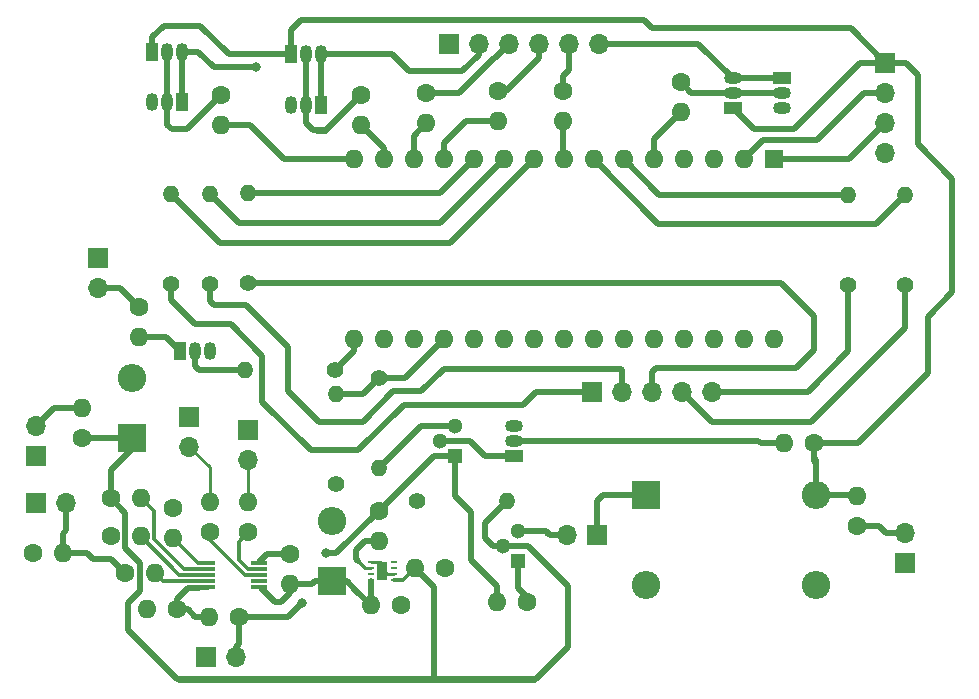
<source format=gbr>
%TF.GenerationSoftware,KiCad,Pcbnew,(5.1.9)-1*%
%TF.CreationDate,2022-03-31T17:20:55+02:00*%
%TF.ProjectId,Balance ruche,42616c61-6e63-4652-9072-756368652e6b,rev?*%
%TF.SameCoordinates,Original*%
%TF.FileFunction,Copper,L1,Top*%
%TF.FilePolarity,Positive*%
%FSLAX46Y46*%
G04 Gerber Fmt 4.6, Leading zero omitted, Abs format (unit mm)*
G04 Created by KiCad (PCBNEW (5.1.9)-1) date 2022-03-31 17:20:55*
%MOMM*%
%LPD*%
G01*
G04 APERTURE LIST*
%TA.AperFunction,ComponentPad*%
%ADD10R,1.050000X1.500000*%
%TD*%
%TA.AperFunction,ComponentPad*%
%ADD11O,1.050000X1.500000*%
%TD*%
%TA.AperFunction,ComponentPad*%
%ADD12O,1.400000X1.400000*%
%TD*%
%TA.AperFunction,ComponentPad*%
%ADD13C,1.400000*%
%TD*%
%TA.AperFunction,ComponentPad*%
%ADD14O,1.600000X1.600000*%
%TD*%
%TA.AperFunction,ComponentPad*%
%ADD15R,1.600000X1.600000*%
%TD*%
%TA.AperFunction,ComponentPad*%
%ADD16C,1.600000*%
%TD*%
%TA.AperFunction,ComponentPad*%
%ADD17O,2.400000X2.400000*%
%TD*%
%TA.AperFunction,ComponentPad*%
%ADD18R,2.400000X2.400000*%
%TD*%
%TA.AperFunction,SMDPad,CuDef*%
%ADD19R,1.400000X0.300000*%
%TD*%
%TA.AperFunction,SMDPad,CuDef*%
%ADD20R,0.500000X0.250000*%
%TD*%
%TA.AperFunction,ComponentPad*%
%ADD21C,0.600000*%
%TD*%
%TA.AperFunction,SMDPad,CuDef*%
%ADD22R,0.900000X1.600000*%
%TD*%
%TA.AperFunction,ComponentPad*%
%ADD23R,1.500000X1.050000*%
%TD*%
%TA.AperFunction,ComponentPad*%
%ADD24O,1.500000X1.050000*%
%TD*%
%TA.AperFunction,ComponentPad*%
%ADD25R,1.300000X1.300000*%
%TD*%
%TA.AperFunction,ComponentPad*%
%ADD26C,1.300000*%
%TD*%
%TA.AperFunction,ComponentPad*%
%ADD27O,1.700000X1.700000*%
%TD*%
%TA.AperFunction,ComponentPad*%
%ADD28R,1.700000X1.700000*%
%TD*%
%TA.AperFunction,ViaPad*%
%ADD29C,0.800000*%
%TD*%
%TA.AperFunction,Conductor*%
%ADD30C,0.250000*%
%TD*%
%TA.AperFunction,Conductor*%
%ADD31C,0.500000*%
%TD*%
%TA.AperFunction,Conductor*%
%ADD32C,0.400000*%
%TD*%
%TA.AperFunction,Conductor*%
%ADD33C,0.300000*%
%TD*%
G04 APERTURE END LIST*
D10*
%TO.P,Q8,1*%
%TO.N,/DIG2*%
X181060000Y-84710000D03*
D11*
%TO.P,Q8,3*%
%TO.N,GND*%
X178520000Y-84710000D03*
%TO.P,Q8,2*%
%TO.N,Net-(Q7-Pad2)*%
X179790000Y-84710000D03*
%TD*%
D12*
%TO.P,R6,2*%
%TO.N,/SEG_D_GPIO*%
X168370000Y-92210000D03*
D13*
%TO.P,R6,1*%
%TO.N,/SEG_D*%
X168370000Y-99830000D03*
%TD*%
D12*
%TO.P,R5,2*%
%TO.N,/SEG_C_GPIO*%
X171660000Y-92210000D03*
D13*
%TO.P,R5,1*%
%TO.N,/SEG_C*%
X171660000Y-99830000D03*
%TD*%
D14*
%TO.P,A1,16*%
%TO.N,/LED_LOW_BAT_GPIO*%
X183830000Y-104540000D03*
%TO.P,A1,15*%
%TO.N,/DIG3_BASE*%
X183830000Y-89300000D03*
%TO.P,A1,30*%
%TO.N,Net-(A1-Pad30)*%
X219390000Y-104540000D03*
%TO.P,A1,14*%
%TO.N,/DIG2_BASE*%
X186370000Y-89300000D03*
%TO.P,A1,29*%
%TO.N,GND*%
X216850000Y-104540000D03*
%TO.P,A1,13*%
%TO.N,/SEG_B_GPIO*%
X188910000Y-89300000D03*
%TO.P,A1,28*%
%TO.N,Net-(A1-Pad28)*%
X214310000Y-104540000D03*
%TO.P,A1,12*%
%TO.N,/SEG_F_GPIO*%
X191450000Y-89300000D03*
%TO.P,A1,27*%
%TO.N,+5V_BOOST*%
X211770000Y-104540000D03*
%TO.P,A1,11*%
%TO.N,/SEG_E_GPIO*%
X193990000Y-89300000D03*
%TO.P,A1,26*%
%TO.N,Net-(A1-Pad26)*%
X209230000Y-104540000D03*
%TO.P,A1,10*%
%TO.N,/SEG_C_GPIO*%
X196530000Y-89300000D03*
%TO.P,A1,25*%
%TO.N,Net-(A1-Pad25)*%
X206690000Y-104540000D03*
%TO.P,A1,9*%
%TO.N,/SEG_D_GPIO*%
X199070000Y-89300000D03*
%TO.P,A1,24*%
%TO.N,Net-(A1-Pad24)*%
X204150000Y-104540000D03*
%TO.P,A1,8*%
%TO.N,/SEG_A_GPIO*%
X201610000Y-89300000D03*
%TO.P,A1,23*%
%TO.N,Net-(A1-Pad23)*%
X201610000Y-104540000D03*
%TO.P,A1,7*%
%TO.N,/SEG_H_GPIO*%
X204150000Y-89300000D03*
%TO.P,A1,22*%
%TO.N,Net-(A1-Pad22)*%
X199070000Y-104540000D03*
%TO.P,A1,6*%
%TO.N,/SEG_G_GPIO*%
X206690000Y-89300000D03*
%TO.P,A1,21*%
%TO.N,Net-(A1-Pad21)*%
X196530000Y-104540000D03*
%TO.P,A1,5*%
%TO.N,/DIG1_BASE*%
X209230000Y-89300000D03*
%TO.P,A1,20*%
%TO.N,Net-(A1-Pad20)*%
X193990000Y-104540000D03*
%TO.P,A1,4*%
%TO.N,GND*%
X211770000Y-89300000D03*
%TO.P,A1,19*%
%TO.N,/+CELL_ENA_ADC_IN*%
X191450000Y-104540000D03*
%TO.P,A1,3*%
%TO.N,Net-(A1-Pad3)*%
X214310000Y-89300000D03*
%TO.P,A1,18*%
%TO.N,Net-(A1-Pad18)*%
X188910000Y-104540000D03*
%TO.P,A1,2*%
%TO.N,/RX*%
X216850000Y-89300000D03*
%TO.P,A1,17*%
%TO.N,Net-(A1-Pad17)*%
X186370000Y-104540000D03*
D15*
%TO.P,A1,1*%
%TO.N,/TX*%
X219390000Y-89300000D03*
%TD*%
D12*
%TO.P,R21,2*%
%TO.N,/+CELL_ENA_ADC_IN*%
X182300000Y-109150000D03*
D13*
%TO.P,R21,1*%
%TO.N,GND*%
X182300000Y-116770000D03*
%TD*%
D12*
%TO.P,R20,2*%
%TO.N,Net-(Q2-Pad3)*%
X185970000Y-115400000D03*
D13*
%TO.P,R20,1*%
%TO.N,/+CELL_ENA_ADC_IN*%
X185970000Y-107780000D03*
%TD*%
D12*
%TO.P,R7,2*%
%TO.N,Net-(Q1-Pad2)*%
X174590000Y-107110000D03*
D13*
%TO.P,R7,1*%
%TO.N,/LED_LOW_BAT_GPIO*%
X182210000Y-107110000D03*
%TD*%
D12*
%TO.P,R22,2*%
%TO.N,+5V_FUSED*%
X196790000Y-118190000D03*
D13*
%TO.P,R22,1*%
%TO.N,GND*%
X189170000Y-118190000D03*
%TD*%
D12*
%TO.P,R8,2*%
%TO.N,/SEG_E_GPIO*%
X174920000Y-92150000D03*
D13*
%TO.P,R8,1*%
%TO.N,/SEG_E*%
X174920000Y-99770000D03*
%TD*%
D12*
%TO.P,R11,2*%
%TO.N,/SEG_H_GPIO*%
X230520000Y-92290000D03*
D13*
%TO.P,R11,1*%
%TO.N,/SEG_H*%
X230520000Y-99910000D03*
%TD*%
D12*
%TO.P,R10,2*%
%TO.N,/SEG_G_GPIO*%
X225720000Y-92280000D03*
D13*
%TO.P,R10,1*%
%TO.N,/SEG_G*%
X225720000Y-99900000D03*
%TD*%
D14*
%TO.P,C2,2*%
%TO.N,GND*%
X166350000Y-127380000D03*
D16*
%TO.P,C2,1*%
%TO.N,Net-(C2-Pad1)*%
X168890000Y-127380000D03*
%TD*%
D14*
%TO.P,C21,2*%
%TO.N,Net-(C1-Pad2)*%
X178420000Y-125280000D03*
D16*
%TO.P,C21,1*%
%TO.N,GND*%
X178420000Y-122740000D03*
%TD*%
D14*
%TO.P,C1,2*%
%TO.N,Net-(C1-Pad2)*%
X185260000Y-127020000D03*
D16*
%TO.P,C1,1*%
%TO.N,GND*%
X187800000Y-127020000D03*
%TD*%
D14*
%TO.P,C20,2*%
%TO.N,+5V_FUSED*%
X189010000Y-123910000D03*
D16*
%TO.P,C20,1*%
%TO.N,GND*%
X191550000Y-123910000D03*
%TD*%
D14*
%TO.P,R26,2*%
%TO.N,/DIG3_BASE*%
X172610000Y-86390000D03*
D16*
%TO.P,R26,1*%
%TO.N,Net-(Q10-Pad2)*%
X172610000Y-83850000D03*
%TD*%
D14*
%TO.P,R25,2*%
%TO.N,/DIG2_BASE*%
X184470000Y-86400000D03*
D16*
%TO.P,R25,1*%
%TO.N,Net-(Q7-Pad2)*%
X184470000Y-83860000D03*
%TD*%
D14*
%TO.P,R24,2*%
%TO.N,/DIG1_BASE*%
X211510000Y-85310000D03*
D16*
%TO.P,R24,1*%
%TO.N,Net-(Q5-Pad2)*%
X211510000Y-82770000D03*
%TD*%
D14*
%TO.P,R23,2*%
%TO.N,Net-(Q3-Pad2)*%
X220260000Y-113320000D03*
D16*
%TO.P,R23,1*%
%TO.N,+5V_BOOST*%
X222800000Y-113320000D03*
%TD*%
D14*
%TO.P,R19,2*%
%TO.N,/~TE~*%
X165800000Y-121190000D03*
D16*
%TO.P,R19,1*%
%TO.N,GND*%
X163260000Y-121190000D03*
%TD*%
D14*
%TO.P,R18,2*%
%TO.N,Net-(R18-Pad2)*%
X165840000Y-117990000D03*
D16*
%TO.P,R18,1*%
%TO.N,+5V_FUSED*%
X163300000Y-117990000D03*
%TD*%
D14*
%TO.P,R17,2*%
%TO.N,Net-(R17-Pad2)*%
X168520000Y-121310000D03*
D16*
%TO.P,R17,1*%
%TO.N,GND*%
X168520000Y-118770000D03*
%TD*%
D14*
%TO.P,R16,2*%
%TO.N,/Therm*%
X167000000Y-124270000D03*
D16*
%TO.P,R16,1*%
%TO.N,/Therm_Connector*%
X164460000Y-124270000D03*
%TD*%
D14*
%TO.P,R15,2*%
%TO.N,/LED_CHARGE_OK*%
X174900000Y-118330000D03*
D16*
%TO.P,R15,1*%
%TO.N,Net-(R15-Pad1)*%
X174900000Y-120870000D03*
%TD*%
D14*
%TO.P,R14,2*%
%TO.N,/Therm_Connector*%
X159200000Y-122640000D03*
D16*
%TO.P,R14,1*%
%TO.N,GND*%
X156660000Y-122640000D03*
%TD*%
D14*
%TO.P,R13,2*%
%TO.N,/LED_EN_CHARGE*%
X171680000Y-118330000D03*
D16*
%TO.P,R13,1*%
%TO.N,Net-(R13-Pad1)*%
X171680000Y-120870000D03*
%TD*%
D14*
%TO.P,R12,2*%
%TO.N,Net-(R12-Pad2)*%
X185940000Y-121610000D03*
D16*
%TO.P,R12,1*%
%TO.N,+CELL*%
X185940000Y-119070000D03*
%TD*%
D14*
%TO.P,R9,2*%
%TO.N,/SEG_F_GPIO*%
X196070000Y-86070000D03*
D16*
%TO.P,R9,1*%
%TO.N,/SEG_F*%
X196070000Y-83530000D03*
%TD*%
D14*
%TO.P,R4,2*%
%TO.N,/SEG_B_GPIO*%
X189980000Y-86210000D03*
D16*
%TO.P,R4,1*%
%TO.N,/SEG_B*%
X189980000Y-83670000D03*
%TD*%
D14*
%TO.P,R3,2*%
%TO.N,/SEG_A_GPIO*%
X201580000Y-86000000D03*
D16*
%TO.P,R3,1*%
%TO.N,/SEG_A*%
X201580000Y-83460000D03*
%TD*%
D14*
%TO.P,R2,2*%
%TO.N,+5V_BOOST*%
X226440000Y-117830000D03*
D16*
%TO.P,R2,1*%
%TO.N,/LED_ON*%
X226440000Y-120370000D03*
%TD*%
D14*
%TO.P,R1,2*%
%TO.N,Net-(Q1-Pad1)*%
X165640000Y-104330000D03*
D16*
%TO.P,R1,1*%
%TO.N,/LED_LOW_BAT*%
X165640000Y-101790000D03*
%TD*%
D14*
%TO.P,F3,2*%
%TO.N,+CELL*%
X195980000Y-126790000D03*
D16*
%TO.P,F3,1*%
%TO.N,Net-(F3-Pad1)*%
X198520000Y-126790000D03*
%TD*%
D14*
%TO.P,F2,2*%
%TO.N,Net-(C2-Pad1)*%
X171600000Y-128020000D03*
D16*
%TO.P,F2,1*%
%TO.N,+CELL*%
X174140000Y-128020000D03*
%TD*%
D14*
%TO.P,F1,2*%
%TO.N,Net-(F1-Pad2)*%
X160800000Y-110320000D03*
D16*
%TO.P,F1,1*%
%TO.N,+5V_FUSED*%
X160800000Y-112860000D03*
%TD*%
D17*
%TO.P,U3,3*%
%TO.N,GND*%
X223010000Y-125352400D03*
%TO.P,U3,4*%
%TO.N,+5V_BOOST*%
X223010000Y-117730000D03*
%TO.P,U3,2*%
%TO.N,GND*%
X208550000Y-125350000D03*
D18*
%TO.P,U3,1*%
%TO.N,+CELL_ON_ENA*%
X208550000Y-117730000D03*
%TD*%
D19*
%TO.P,U2,10*%
%TO.N,Net-(C2-Pad1)*%
X171450000Y-125460000D03*
%TO.P,U2,9*%
%TO.N,/Therm*%
X171450000Y-124960000D03*
%TO.P,U2,8*%
%TO.N,/~TE~*%
X171450000Y-124460000D03*
%TO.P,U2,7*%
%TO.N,Net-(R18-Pad2)*%
X171450000Y-123960000D03*
%TO.P,U2,6*%
%TO.N,Net-(R17-Pad2)*%
X171450000Y-123460000D03*
%TO.P,U2,5*%
%TO.N,GND*%
X175850000Y-123460000D03*
%TO.P,U2,4*%
%TO.N,Net-(R15-Pad1)*%
X175850000Y-123960000D03*
%TO.P,U2,3*%
%TO.N,Net-(R13-Pad1)*%
X175850000Y-124460000D03*
%TO.P,U2,2*%
%TO.N,Net-(U2-Pad2)*%
X175850000Y-124960000D03*
%TO.P,U2,1*%
%TO.N,Net-(C1-Pad2)*%
X175850000Y-125460000D03*
%TD*%
D20*
%TO.P,U1,3*%
%TO.N,Net-(U1-Pad3)*%
X187220000Y-123920000D03*
%TO.P,U1,7*%
%TO.N,Net-(U1-Pad7)*%
X185320000Y-124420000D03*
%TO.P,U1,8*%
%TO.N,Net-(C1-Pad2)*%
X185320000Y-124920000D03*
D21*
%TO.P,U1,9*%
%TO.N,GND*%
X186270000Y-124670000D03*
X186270000Y-123670000D03*
D22*
X186270000Y-124170000D03*
D20*
%TO.P,U1,1*%
%TO.N,+5V_FUSED*%
X187220000Y-124920000D03*
%TO.P,U1,2*%
%TO.N,GND*%
X187220000Y-124420000D03*
%TO.P,U1,4*%
%TO.N,Net-(U1-Pad4)*%
X187220000Y-123420000D03*
%TO.P,U1,5*%
%TO.N,GND*%
X185320000Y-123420000D03*
%TO.P,U1,6*%
%TO.N,Net-(R12-Pad2)*%
X185320000Y-123920000D03*
%TD*%
D10*
%TO.P,Q10,1*%
%TO.N,/DIG3*%
X169330000Y-84460000D03*
D11*
%TO.P,Q10,3*%
%TO.N,GND*%
X166790000Y-84460000D03*
%TO.P,Q10,2*%
%TO.N,Net-(Q10-Pad2)*%
X168060000Y-84460000D03*
%TD*%
D10*
%TO.P,Q9,1*%
%TO.N,+5V_BOOST*%
X166770000Y-80170000D03*
D11*
%TO.P,Q9,3*%
%TO.N,/DIG3*%
X169310000Y-80170000D03*
%TO.P,Q9,2*%
%TO.N,Net-(Q10-Pad2)*%
X168040000Y-80170000D03*
%TD*%
D10*
%TO.P,Q7,1*%
%TO.N,+5V_BOOST*%
X178520000Y-80370000D03*
D11*
%TO.P,Q7,3*%
%TO.N,/DIG2*%
X181060000Y-80370000D03*
%TO.P,Q7,2*%
%TO.N,Net-(Q7-Pad2)*%
X179790000Y-80370000D03*
%TD*%
D23*
%TO.P,Q6,1*%
%TO.N,/DIG1*%
X220130000Y-82400000D03*
D24*
%TO.P,Q6,3*%
%TO.N,GND*%
X220130000Y-84940000D03*
%TO.P,Q6,2*%
%TO.N,Net-(Q5-Pad2)*%
X220130000Y-83670000D03*
%TD*%
D23*
%TO.P,Q5,1*%
%TO.N,+5V_BOOST*%
X215920000Y-84940000D03*
D24*
%TO.P,Q5,3*%
%TO.N,/DIG1*%
X215920000Y-82400000D03*
%TO.P,Q5,2*%
%TO.N,Net-(Q5-Pad2)*%
X215920000Y-83670000D03*
%TD*%
D25*
%TO.P,Q4,1*%
%TO.N,Net-(F3-Pad1)*%
X197760000Y-123320000D03*
D26*
%TO.P,Q4,3*%
%TO.N,+CELL_ON*%
X197760000Y-120780000D03*
%TO.P,Q4,2*%
%TO.N,+5V_FUSED*%
X196490000Y-122050000D03*
%TD*%
D23*
%TO.P,Q3,1*%
%TO.N,Net-(Q2-Pad2)*%
X197380000Y-114370000D03*
D24*
%TO.P,Q3,3*%
%TO.N,GND*%
X197380000Y-111830000D03*
%TO.P,Q3,2*%
%TO.N,Net-(Q3-Pad2)*%
X197380000Y-113100000D03*
%TD*%
D25*
%TO.P,Q2,1*%
%TO.N,+CELL*%
X192370000Y-114370000D03*
D26*
%TO.P,Q2,3*%
%TO.N,Net-(Q2-Pad3)*%
X192370000Y-111830000D03*
%TO.P,Q2,2*%
%TO.N,Net-(Q2-Pad2)*%
X191100000Y-113100000D03*
%TD*%
D10*
%TO.P,Q1,1*%
%TO.N,Net-(Q1-Pad1)*%
X169130000Y-105510000D03*
D11*
%TO.P,Q1,3*%
%TO.N,GND*%
X171670000Y-105510000D03*
%TO.P,Q1,2*%
%TO.N,Net-(Q1-Pad2)*%
X170400000Y-105510000D03*
%TD*%
D27*
%TO.P,J201,2*%
%TO.N,/Therm_Connector*%
X159490000Y-118380000D03*
D28*
%TO.P,J201,1*%
%TO.N,GND*%
X156950000Y-118380000D03*
%TD*%
D27*
%TO.P,J200,2*%
%TO.N,+CELL*%
X173860000Y-131460000D03*
D28*
%TO.P,J200,1*%
%TO.N,GND*%
X171320000Y-131460000D03*
%TD*%
D27*
%TO.P,J101,5*%
%TO.N,/SEG_G*%
X214170000Y-108960000D03*
%TO.P,J101,4*%
%TO.N,/SEG_H*%
X211630000Y-108960000D03*
%TO.P,J101,3*%
%TO.N,/SEG_E*%
X209090000Y-108960000D03*
%TO.P,J101,2*%
%TO.N,/SEG_C*%
X206550000Y-108960000D03*
D28*
%TO.P,J101,1*%
%TO.N,/SEG_D*%
X204010000Y-108960000D03*
%TD*%
D27*
%TO.P,J100,6*%
%TO.N,/DIG1*%
X204570000Y-79500000D03*
%TO.P,J100,5*%
%TO.N,/SEG_A*%
X202030000Y-79500000D03*
%TO.P,J100,4*%
%TO.N,/SEG_F*%
X199490000Y-79500000D03*
%TO.P,J100,3*%
%TO.N,/SEG_B*%
X196950000Y-79500000D03*
%TO.P,J100,2*%
%TO.N,/DIG2*%
X194410000Y-79500000D03*
D28*
%TO.P,J100,1*%
%TO.N,/DIG3*%
X191870000Y-79500000D03*
%TD*%
D27*
%TO.P,J11,2*%
%TO.N,+CELL_ON*%
X201880000Y-121110000D03*
D28*
%TO.P,J11,1*%
%TO.N,+CELL_ON_ENA*%
X204420000Y-121110000D03*
%TD*%
D27*
%TO.P,J8,2*%
%TO.N,/LED_CHARGE_OK*%
X174900000Y-114770000D03*
D28*
%TO.P,J8,1*%
%TO.N,GND*%
X174900000Y-112230000D03*
%TD*%
D27*
%TO.P,J7,2*%
%TO.N,/LED_ON*%
X230480000Y-120900000D03*
D28*
%TO.P,J7,1*%
%TO.N,GND*%
X230480000Y-123440000D03*
%TD*%
D27*
%TO.P,J6,2*%
%TO.N,/LED_EN_CHARGE*%
X169930000Y-113610000D03*
D28*
%TO.P,J6,1*%
%TO.N,GND*%
X169930000Y-111070000D03*
%TD*%
D27*
%TO.P,J5,2*%
%TO.N,/LED_LOW_BAT*%
X162160000Y-100220000D03*
D28*
%TO.P,J5,1*%
%TO.N,GND*%
X162160000Y-97680000D03*
%TD*%
D27*
%TO.P,J4,4*%
%TO.N,GND*%
X228840000Y-88740000D03*
%TO.P,J4,3*%
%TO.N,/TX*%
X228840000Y-86200000D03*
%TO.P,J4,2*%
%TO.N,/RX*%
X228840000Y-83660000D03*
D28*
%TO.P,J4,1*%
%TO.N,+5V_BOOST*%
X228840000Y-81120000D03*
%TD*%
D27*
%TO.P,J1,2*%
%TO.N,Net-(F1-Pad2)*%
X156940000Y-111890000D03*
D28*
%TO.P,J1,1*%
%TO.N,GND*%
X156940000Y-114430000D03*
%TD*%
D17*
%TO.P,D2,2*%
%TO.N,GND*%
X182010000Y-119910000D03*
D18*
%TO.P,D2,1*%
%TO.N,Net-(C1-Pad2)*%
X182010000Y-124990000D03*
%TD*%
D17*
%TO.P,D1,2*%
%TO.N,GND*%
X165030000Y-107810000D03*
D18*
%TO.P,D1,1*%
%TO.N,+5V_FUSED*%
X165030000Y-112890000D03*
%TD*%
D29*
%TO.N,/DIG3*%
X175580000Y-81500000D03*
%TO.N,+CELL*%
X179460000Y-126820000D03*
X181460000Y-122640000D03*
%TD*%
D30*
%TO.N,/LED_LOW_BAT_GPIO*%
X183570000Y-104800000D02*
X183830000Y-104540000D01*
D31*
X182210000Y-107110000D02*
X183830000Y-105490000D01*
X183830000Y-104540000D02*
X183830000Y-105490000D01*
%TO.N,/SEG_H_GPIO*%
X209580000Y-94730000D02*
X204150000Y-89300000D01*
X228080000Y-94730000D02*
X209580000Y-94730000D01*
X230520000Y-92290000D02*
X228080000Y-94730000D01*
%TO.N,/SEG_G_GPIO*%
X209670000Y-92280000D02*
X225720000Y-92280000D01*
X206690000Y-89300000D02*
X209670000Y-92280000D01*
D30*
%TO.N,GND*%
X186520000Y-124420000D02*
X186270000Y-124670000D01*
X175850000Y-123460000D02*
X175850000Y-123260000D01*
X176370000Y-122740000D02*
X178420000Y-122740000D01*
X175850000Y-123260000D02*
X176370000Y-122740000D01*
X186020000Y-123420000D02*
X186270000Y-123670000D01*
X185320000Y-123420000D02*
X186020000Y-123420000D01*
X186720000Y-124420000D02*
X186270000Y-123970000D01*
X186270000Y-123970000D02*
X186270000Y-123670000D01*
X187220000Y-124420000D02*
X186720000Y-124420000D01*
D31*
X176469990Y-122740000D02*
X175850000Y-123359990D01*
X178420000Y-122740000D02*
X176469990Y-122740000D01*
%TO.N,/SEG_F_GPIO*%
X191450000Y-89300000D02*
X191450000Y-87920000D01*
X193300000Y-86070000D02*
X196070000Y-86070000D01*
X191450000Y-87920000D02*
X193300000Y-86070000D01*
D30*
%TO.N,/SEG_E_GPIO*%
X193990000Y-89300000D02*
X194540000Y-89300000D01*
D31*
X191140000Y-92150000D02*
X174920000Y-92150000D01*
X193990000Y-89300000D02*
X191140000Y-92150000D01*
%TO.N,/SEG_D_GPIO*%
X199070000Y-89300000D02*
X192020000Y-96350000D01*
X172510000Y-96350000D02*
X168370000Y-92210000D01*
X192020000Y-96350000D02*
X172510000Y-96350000D01*
%TO.N,/SEG_C_GPIO*%
X196530000Y-89300000D02*
X191160000Y-94670000D01*
X174120000Y-94670000D02*
X171660000Y-92210000D01*
X191160000Y-94670000D02*
X174120000Y-94670000D01*
%TO.N,/SEG_B_GPIO*%
X188910000Y-87280000D02*
X189980000Y-86210000D01*
X188910000Y-89300000D02*
X188910000Y-87280000D01*
%TO.N,/SEG_A_GPIO*%
X201580000Y-89270000D02*
X201610000Y-89300000D01*
X201580000Y-86000000D02*
X201580000Y-89270000D01*
D30*
%TO.N,/DIG3_BASE*%
X183620000Y-89510000D02*
X183830000Y-89300000D01*
X183580000Y-89050000D02*
X183830000Y-89300000D01*
D31*
X172610000Y-86390000D02*
X172725000Y-86505000D01*
X172610000Y-86390000D02*
X175020000Y-86390000D01*
X177930000Y-89300000D02*
X183830000Y-89300000D01*
X175020000Y-86390000D02*
X177930000Y-89300000D01*
D30*
%TO.N,/DIG2_BASE*%
X186490000Y-89180000D02*
X186370000Y-89300000D01*
D31*
X186370000Y-88300000D02*
X184470000Y-86400000D01*
X186370000Y-89300000D02*
X186370000Y-88300000D01*
%TO.N,/DIG1_BASE*%
X209230000Y-87590000D02*
X211510000Y-85310000D01*
X209230000Y-89300000D02*
X209230000Y-87590000D01*
%TO.N,/RX*%
X223090000Y-87640000D02*
X227070000Y-83660000D01*
X218510000Y-87640000D02*
X223090000Y-87640000D01*
X216850000Y-89300000D02*
X218510000Y-87640000D01*
X228840000Y-83660000D02*
X227070000Y-83660000D01*
%TO.N,/TX*%
X225740000Y-89300000D02*
X219390000Y-89300000D01*
X228840000Y-86200000D02*
X225740000Y-89300000D01*
%TO.N,Net-(Q2-Pad2)*%
X193660000Y-113100000D02*
X194930000Y-114370000D01*
X191100000Y-113100000D02*
X193660000Y-113100000D01*
X197380000Y-114370000D02*
X194930000Y-114370000D01*
%TO.N,Net-(Q3-Pad2)*%
X197380000Y-113100000D02*
X218070000Y-113100000D01*
X218290000Y-113320000D02*
X220260000Y-113320000D01*
X218070000Y-113100000D02*
X218290000Y-113320000D01*
%TO.N,/DIG1*%
X213020000Y-79500000D02*
X204570000Y-79500000D01*
X215920000Y-82400000D02*
X213020000Y-79500000D01*
X220130000Y-82400000D02*
X215920000Y-82400000D01*
%TO.N,/DIG2*%
X181060000Y-80370000D02*
X181060000Y-84710000D01*
X181060000Y-80370000D02*
X187110000Y-80370000D01*
X187110000Y-80370000D02*
X188550000Y-81810000D01*
X188550000Y-81810000D02*
X193020000Y-81810000D01*
X194410000Y-80420000D02*
X194410000Y-79500000D01*
X193020000Y-81810000D02*
X194410000Y-80420000D01*
%TO.N,/DIG3*%
X170670000Y-80170000D02*
X169310000Y-80170000D01*
X172000000Y-81500000D02*
X170670000Y-80170000D01*
X175580000Y-81500000D02*
X172000000Y-81500000D01*
X169310000Y-84440000D02*
X169330000Y-84460000D01*
X169310000Y-80170000D02*
X169310000Y-84440000D01*
%TO.N,/+CELL_ENA_ADC_IN*%
X184600000Y-109150000D02*
X185970000Y-107780000D01*
X182300000Y-109150000D02*
X184600000Y-109150000D01*
X188210000Y-107780000D02*
X191450000Y-104540000D01*
X185970000Y-107780000D02*
X188210000Y-107780000D01*
D30*
%TO.N,Net-(C1-Pad2)*%
X178240000Y-125460000D02*
X178420000Y-125280000D01*
X185260000Y-124980000D02*
X185320000Y-124920000D01*
X185260000Y-127020000D02*
X185260000Y-124980000D01*
D31*
X185260000Y-125055001D02*
X185320000Y-124995001D01*
X185260000Y-127020000D02*
X185260000Y-125055001D01*
X185260000Y-127020000D02*
X183980000Y-125740000D01*
X183230000Y-124990000D02*
X183980000Y-125740000D01*
X182010000Y-124990000D02*
X183230000Y-124990000D01*
X182010000Y-124990000D02*
X180580000Y-124990000D01*
X180290000Y-125280000D02*
X178420000Y-125280000D01*
X180580000Y-124990000D02*
X180290000Y-125280000D01*
X178420000Y-125280000D02*
X178420000Y-125440000D01*
X178420000Y-125280000D02*
X178420000Y-126030000D01*
X178420000Y-126030000D02*
X177650000Y-126800000D01*
X177650000Y-126800000D02*
X177190000Y-126800000D01*
D30*
X175850000Y-125460000D02*
X176265000Y-125875000D01*
D31*
X176265000Y-125875000D02*
X175950001Y-125560001D01*
X177190000Y-126800000D02*
X176265000Y-125875000D01*
D32*
%TO.N,Net-(C2-Pad1)*%
X170759990Y-125510010D02*
X171450000Y-125510010D01*
D31*
X168890000Y-127380000D02*
X168890000Y-126510000D01*
X168890000Y-126510000D02*
X169839990Y-125560010D01*
X168890000Y-127380000D02*
X169790000Y-127380000D01*
X170430000Y-128020000D02*
X171600000Y-128020000D01*
X169790000Y-127380000D02*
X170430000Y-128020000D01*
D30*
X170280020Y-125460000D02*
X170180010Y-125560010D01*
X171450000Y-125460000D02*
X170280020Y-125460000D01*
D31*
X170180010Y-125560010D02*
X170759990Y-125560010D01*
X169839990Y-125560010D02*
X170180010Y-125560010D01*
%TO.N,Net-(F3-Pad1)*%
X198520000Y-126320000D02*
X197760000Y-125560000D01*
X198520000Y-126790000D02*
X198520000Y-126320000D01*
X197760000Y-123320000D02*
X197760000Y-125560000D01*
D30*
%TO.N,/LED_LOW_BAT*%
X162170000Y-100210000D02*
X162160000Y-100220000D01*
D31*
X164070000Y-100220000D02*
X165640000Y-101790000D01*
X162160000Y-100220000D02*
X164070000Y-100220000D01*
D30*
%TO.N,/LED_EN_CHARGE*%
X171680000Y-115360000D02*
X169930000Y-113610000D01*
X171680000Y-118330000D02*
X171680000Y-115360000D01*
D31*
%TO.N,/LED_ON*%
X226440000Y-120370000D02*
X228330000Y-120370000D01*
X228860000Y-120900000D02*
X228330000Y-120370000D01*
X230480000Y-120900000D02*
X228860000Y-120900000D01*
D30*
%TO.N,/LED_CHARGE_OK*%
X174900000Y-118330000D02*
X174900000Y-114770000D01*
%TO.N,/SEG_A*%
X202030000Y-83010000D02*
X201580000Y-83460000D01*
D31*
X201580000Y-83460000D02*
X201580000Y-82190000D01*
X202030000Y-81740000D02*
X202030000Y-79500000D01*
X201580000Y-82190000D02*
X202030000Y-81740000D01*
D30*
%TO.N,/SEG_F*%
X196070000Y-82920000D02*
X196070000Y-83530000D01*
D31*
X199490000Y-79500000D02*
X199490000Y-80750000D01*
X196710000Y-83530000D02*
X196070000Y-83530000D01*
X199490000Y-80750000D02*
X196710000Y-83530000D01*
%TO.N,/SEG_B*%
X196950000Y-79500000D02*
X195760000Y-80690000D01*
X195740000Y-80690000D02*
X192760000Y-83670000D01*
X195760000Y-80690000D02*
X195740000Y-80690000D01*
X192760000Y-83670000D02*
X189980000Y-83670000D01*
%TO.N,/SEG_E*%
X174920000Y-99770000D02*
X219990000Y-99770000D01*
X219990000Y-99770000D02*
X222770000Y-102550000D01*
X222770000Y-102550000D02*
X222770000Y-105410000D01*
X222770000Y-105410000D02*
X221240000Y-106940000D01*
X221240000Y-106940000D02*
X209420000Y-106940000D01*
X209090000Y-107270000D02*
X209090000Y-108960000D01*
X209420000Y-106940000D02*
X209090000Y-107270000D01*
%TO.N,/SEG_D*%
X173410000Y-103210000D02*
X170360000Y-103210000D01*
X176110000Y-105910000D02*
X173410000Y-103210000D01*
X188070000Y-110060000D02*
X184230000Y-113900000D01*
X180180000Y-113900000D02*
X176100000Y-109820000D01*
X198180000Y-110060000D02*
X188070000Y-110060000D01*
X168370000Y-101220000D02*
X168370000Y-99830000D01*
X176100000Y-109820000D02*
X176110000Y-109820000D01*
X170360000Y-103210000D02*
X168370000Y-101220000D01*
X176110000Y-109820000D02*
X176110000Y-105910000D01*
X184230000Y-113900000D02*
X180180000Y-113900000D01*
X199280000Y-108960000D02*
X198180000Y-110060000D01*
X204010000Y-108960000D02*
X199280000Y-108960000D01*
%TO.N,/SEG_H*%
X230520000Y-103550000D02*
X230520000Y-99910000D01*
X222530000Y-111540000D02*
X230520000Y-103550000D01*
X214210000Y-111540000D02*
X222530000Y-111540000D01*
X211630000Y-108960000D02*
X214210000Y-111540000D01*
%TO.N,/SEG_C*%
X171980000Y-101630000D02*
X171660000Y-101310000D01*
X174740000Y-101630000D02*
X171980000Y-101630000D01*
X178250000Y-105140000D02*
X174740000Y-101630000D01*
X184610000Y-111520000D02*
X180860000Y-111520000D01*
X189569999Y-108930001D02*
X187199999Y-108930001D01*
X180860000Y-111520000D02*
X178250000Y-108910000D01*
X187199999Y-108930001D02*
X184610000Y-111520000D01*
X191460000Y-107040000D02*
X189569999Y-108930001D01*
X206430000Y-107040000D02*
X191460000Y-107040000D01*
X206550000Y-107160000D02*
X206430000Y-107040000D01*
X171660000Y-101310000D02*
X171660000Y-99830000D01*
X178250000Y-108910000D02*
X178250000Y-105140000D01*
X206550000Y-108960000D02*
X206550000Y-107160000D01*
%TO.N,/SEG_G*%
X214170000Y-108960000D02*
X222310000Y-108960000D01*
X225720000Y-105550000D02*
X225720000Y-99900000D01*
X222310000Y-108960000D02*
X225720000Y-105550000D01*
%TO.N,/Therm_Connector*%
X159490000Y-122350000D02*
X159200000Y-122640000D01*
X159200000Y-122640000D02*
X159200000Y-120990000D01*
X159490000Y-120700000D02*
X159490000Y-118380000D01*
X159200000Y-120990000D02*
X159490000Y-120700000D01*
X159200000Y-122640000D02*
X161290000Y-122640000D01*
X161765000Y-123115000D02*
X163305000Y-123115000D01*
X161290000Y-122640000D02*
X161765000Y-123115000D01*
X164460000Y-124270000D02*
X163305000Y-123115000D01*
%TO.N,Net-(Q1-Pad1)*%
X167950000Y-104330000D02*
X169130000Y-105510000D01*
X165640000Y-104330000D02*
X167950000Y-104330000D01*
%TO.N,Net-(Q1-Pad2)*%
X170750000Y-107110000D02*
X174590000Y-107110000D01*
X170400000Y-106760000D02*
X170750000Y-107110000D01*
X170400000Y-105510000D02*
X170400000Y-106760000D01*
%TO.N,Net-(Q2-Pad3)*%
X189540000Y-111830000D02*
X192370000Y-111830000D01*
X185970000Y-115400000D02*
X189540000Y-111830000D01*
%TO.N,Net-(Q5-Pad2)*%
X212410000Y-83670000D02*
X211510000Y-82770000D01*
X215920000Y-83670000D02*
X212410000Y-83670000D01*
X215920000Y-83670000D02*
X220130000Y-83670000D01*
D30*
%TO.N,Net-(Q7-Pad2)*%
X179790000Y-85300002D02*
X179790000Y-84710000D01*
X179790000Y-84710000D02*
X179790000Y-86120000D01*
X181380000Y-86950000D02*
X184470000Y-83860000D01*
X180620000Y-86950000D02*
X181380000Y-86950000D01*
D31*
X179790000Y-80370000D02*
X179790000Y-84710000D01*
X179790000Y-84710000D02*
X179790000Y-86220000D01*
X179790000Y-86220000D02*
X180410000Y-86840000D01*
X181490000Y-86840000D02*
X184470000Y-83860000D01*
X180410000Y-86840000D02*
X181490000Y-86840000D01*
D30*
%TO.N,Net-(Q10-Pad2)*%
X168060000Y-80190000D02*
X168040000Y-80170000D01*
D31*
X168040000Y-84440000D02*
X168060000Y-84460000D01*
X168040000Y-80170000D02*
X168040000Y-84440000D01*
X169730000Y-86730000D02*
X172610000Y-83850000D01*
X168440000Y-86730000D02*
X169730000Y-86730000D01*
X168060000Y-86350000D02*
X168440000Y-86730000D01*
X168060000Y-84460000D02*
X168060000Y-86350000D01*
D30*
%TO.N,Net-(R12-Pad2)*%
X185320000Y-123920000D02*
X184820000Y-123920000D01*
D31*
X185940000Y-121610000D02*
X184770000Y-121610000D01*
X184770000Y-121610000D02*
X184040000Y-122340000D01*
X184040000Y-123140000D02*
X184155000Y-123255000D01*
X184040000Y-122340000D02*
X184040000Y-123140000D01*
D30*
X184820000Y-123920000D02*
X184155000Y-123255000D01*
D33*
%TO.N,Net-(R13-Pad1)*%
X171680000Y-121497120D02*
X171680000Y-120870000D01*
X174642880Y-124460000D02*
X171680000Y-121497120D01*
X175850000Y-124460000D02*
X174642880Y-124460000D01*
%TO.N,Net-(R15-Pad1)*%
X174100001Y-121669999D02*
X174900000Y-120870000D01*
X174100001Y-123210001D02*
X174100001Y-121669999D01*
X174850000Y-123960000D02*
X174100001Y-123210001D01*
X175850000Y-123960000D02*
X174850000Y-123960000D01*
%TO.N,/Therm*%
X167690000Y-124960000D02*
X167000000Y-124270000D01*
X171450000Y-124960000D02*
X167690000Y-124960000D01*
%TO.N,Net-(R17-Pad2)*%
X170670000Y-123460000D02*
X168520000Y-121310000D01*
X171450000Y-123460000D02*
X170670000Y-123460000D01*
%TO.N,Net-(R18-Pad2)*%
X166950001Y-119100001D02*
X165840000Y-117990000D01*
X166950001Y-121442003D02*
X166950001Y-119100001D01*
X169467998Y-123960000D02*
X166950001Y-121442003D01*
X171450000Y-123960000D02*
X169467998Y-123960000D01*
%TO.N,/~TE~*%
X166290000Y-121190000D02*
X165800000Y-121190000D01*
X169070000Y-124460000D02*
X165800000Y-121190000D01*
X171450000Y-124460000D02*
X169070000Y-124460000D01*
%TO.N,+5V_FUSED*%
X169030000Y-133420000D02*
X185320000Y-133420000D01*
X188000000Y-124920000D02*
X187220000Y-124920000D01*
X189010000Y-123910000D02*
X188000000Y-124920000D01*
D30*
X196490000Y-118490000D02*
X196790000Y-118190000D01*
D33*
X190520000Y-125420000D02*
X190520000Y-133340000D01*
X189010000Y-123910000D02*
X190520000Y-125420000D01*
D30*
X190600000Y-133420000D02*
X185320000Y-133420000D01*
X185320000Y-133420000D02*
X191100000Y-133420000D01*
X191100000Y-133420000D02*
X199120000Y-133420000D01*
X190600000Y-133420000D02*
X191100000Y-133420000D01*
D31*
X165000000Y-112860000D02*
X165030000Y-112890000D01*
X160800000Y-112860000D02*
X165000000Y-112860000D01*
X165030000Y-113850000D02*
X163300000Y-115580000D01*
X165030000Y-112890000D02*
X165030000Y-113850000D01*
X163300000Y-117990000D02*
X163300000Y-115580000D01*
X164510001Y-122230001D02*
X165760000Y-123480000D01*
X164510001Y-119200001D02*
X164510001Y-122230001D01*
X163300000Y-117990000D02*
X164510001Y-119200001D01*
X165749999Y-125850001D02*
X164740000Y-126860000D01*
X165749999Y-123669999D02*
X165749999Y-125850001D01*
X165760000Y-123659998D02*
X165749999Y-123669999D01*
X165760000Y-123480000D02*
X165760000Y-123659998D01*
X164740000Y-129130000D02*
X166775000Y-131165000D01*
X164740000Y-126860000D02*
X164740000Y-129130000D01*
D33*
X166775000Y-131165000D02*
X169030000Y-133420000D01*
D31*
X166775000Y-131165000D02*
X168865000Y-133255000D01*
D30*
X199120000Y-133420000D02*
X199285000Y-133255000D01*
D31*
X190625000Y-125525000D02*
X190625000Y-133255000D01*
X189010000Y-123910000D02*
X190625000Y-125525000D01*
X190625000Y-133255000D02*
X199285000Y-133255000D01*
X168865000Y-133255000D02*
X190625000Y-133255000D01*
X201980000Y-130560000D02*
X199285000Y-133255000D01*
X201980000Y-125429998D02*
X201980000Y-130560000D01*
X198600002Y-122050000D02*
X201980000Y-125429998D01*
X196490000Y-122050000D02*
X198600002Y-122050000D01*
X195600000Y-119380000D02*
X196790000Y-118190000D01*
X194940000Y-120040000D02*
X195600000Y-119380000D01*
X194940000Y-121350000D02*
X194940000Y-120040000D01*
X195640000Y-122050000D02*
X194940000Y-121350000D01*
X196490000Y-122050000D02*
X195640000Y-122050000D01*
D30*
%TO.N,+5V_BOOST*%
X223110000Y-117830000D02*
X223010000Y-117730000D01*
X223010000Y-113530000D02*
X222800000Y-113320000D01*
D31*
X178520000Y-80036128D02*
X178520000Y-80370000D01*
X173270000Y-80370000D02*
X170860000Y-77960000D01*
X167730000Y-77960000D02*
X166770000Y-78920000D01*
X166770000Y-78920000D02*
X166770000Y-80170000D01*
X170860000Y-77960000D02*
X167730000Y-77960000D01*
X178520000Y-80370000D02*
X173270000Y-80370000D01*
D32*
X222800000Y-117520000D02*
X223010000Y-117730000D01*
X222800000Y-113320000D02*
X222800000Y-114500000D01*
X222800000Y-114500000D02*
X223010000Y-114710000D01*
D31*
X209129999Y-78199999D02*
X225919999Y-78199999D01*
X208410000Y-77480000D02*
X209129999Y-78199999D01*
X225919999Y-78199999D02*
X228840000Y-81120000D01*
X179340000Y-77480000D02*
X208410000Y-77480000D01*
X178520000Y-78300000D02*
X179340000Y-77480000D01*
X178520000Y-80370000D02*
X178520000Y-78300000D01*
X217690000Y-86710000D02*
X215920000Y-84940000D01*
X226730000Y-81120000D02*
X221140000Y-86710000D01*
X221140000Y-86710000D02*
X217690000Y-86710000D01*
X228840000Y-81120000D02*
X226730000Y-81120000D01*
X226340000Y-117730000D02*
X226440000Y-117830000D01*
X223010000Y-117730000D02*
X226340000Y-117730000D01*
X222800000Y-113320000D02*
X222800000Y-114870000D01*
X222800000Y-114870000D02*
X223010000Y-115080000D01*
X223010000Y-115080000D02*
X223010000Y-114710000D01*
X223010000Y-117730000D02*
X223010000Y-115080000D01*
X226500000Y-113320000D02*
X222800000Y-113320000D01*
X232480000Y-102600000D02*
X232480000Y-107340000D01*
X232480000Y-107340000D02*
X226500000Y-113320000D01*
X234530000Y-90950000D02*
X234530000Y-100550000D01*
X231570000Y-87990000D02*
X234530000Y-90950000D01*
X231570000Y-82120000D02*
X231570000Y-87990000D01*
X234530000Y-100550000D02*
X232480000Y-102600000D01*
X230570000Y-81120000D02*
X231570000Y-82120000D01*
X228840000Y-81120000D02*
X230570000Y-81120000D01*
D30*
%TO.N,Net-(F1-Pad2)*%
X160730000Y-110250000D02*
X160800000Y-110320000D01*
D31*
X158480000Y-110350000D02*
X158870000Y-110350000D01*
X156940000Y-111890000D02*
X158480000Y-110350000D01*
X158900000Y-110320000D02*
X158870000Y-110350000D01*
X160800000Y-110320000D02*
X158900000Y-110320000D01*
D30*
%TO.N,+CELL*%
X192180000Y-114560000D02*
X192370000Y-114370000D01*
D31*
X195980000Y-126790000D02*
X195980000Y-125440000D01*
X195980000Y-125440000D02*
X193730000Y-123190000D01*
X192370000Y-114370000D02*
X192370000Y-114660000D01*
X178260000Y-128020000D02*
X179460000Y-126820000D01*
X174140000Y-128020000D02*
X178260000Y-128020000D01*
X173860000Y-131460000D02*
X173860000Y-130580000D01*
X174140000Y-130300000D02*
X174140000Y-128020000D01*
X173860000Y-130580000D02*
X174140000Y-130300000D01*
X182370000Y-122640000D02*
X185940000Y-119070000D01*
X181460000Y-122640000D02*
X182370000Y-122640000D01*
X190640000Y-114370000D02*
X185940000Y-119070000D01*
X192370000Y-114370000D02*
X190640000Y-114370000D01*
X192370000Y-114370000D02*
X192370000Y-117800000D01*
X193730000Y-119160000D02*
X193730000Y-123190000D01*
X192370000Y-117800000D02*
X193730000Y-119160000D01*
D30*
%TO.N,+CELL_ON*%
X198090000Y-121110000D02*
X197760000Y-120780000D01*
D31*
X200100000Y-120780000D02*
X200320000Y-121000000D01*
X197760000Y-120780000D02*
X200100000Y-120780000D01*
D32*
X200320000Y-121000000D02*
X200430000Y-121110000D01*
D31*
X200430000Y-121110000D02*
X200100000Y-120780000D01*
X201880000Y-121110000D02*
X200430000Y-121110000D01*
%TO.N,+CELL_ON_ENA*%
X204420000Y-121110000D02*
X204420000Y-118250000D01*
X204940000Y-117730000D02*
X208550000Y-117730000D01*
X204420000Y-118250000D02*
X204940000Y-117730000D01*
%TD*%
M02*

</source>
